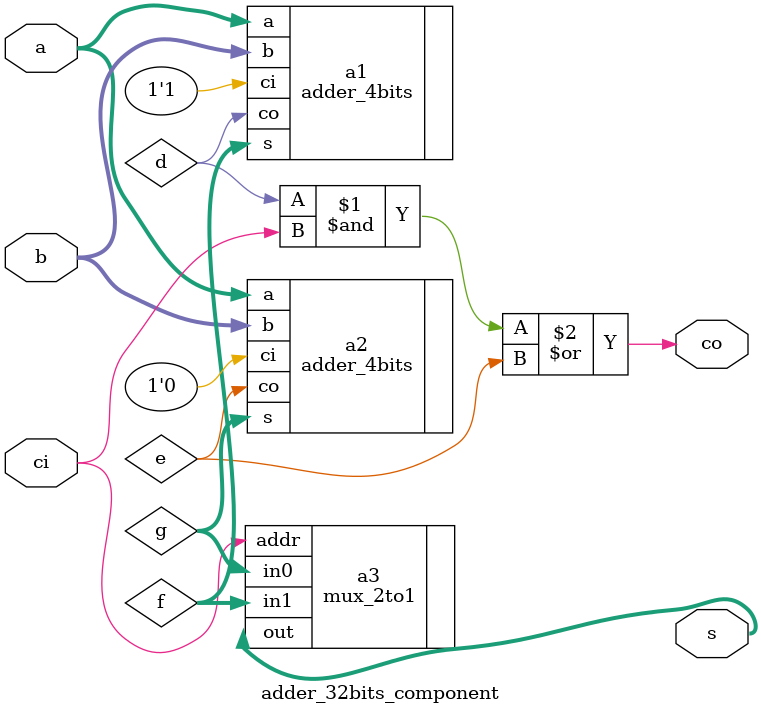
<source format=v>
module adder_32bits_component(a,b,ci,co,s);
input [3:0] a,b;
input ci;
output [3:0] s;
output co;
wire d,e;
wire [3:0] f,g;

adder_4bits a1(.a(a),
               .b(b),
			   .ci(1'b1),
			   .co(d),
			   .s(f));
			   
adder_4bits a2(.a(a),
               .b(b),
			   .ci(1'b0),
			   .co(e),
			   .s(g));		

mux_2to1 a3(.in0(g),
			.in1(f),
			.addr(ci),
			.out(s));			   

assign co = (d&ci)|e;

endmodule 
</source>
